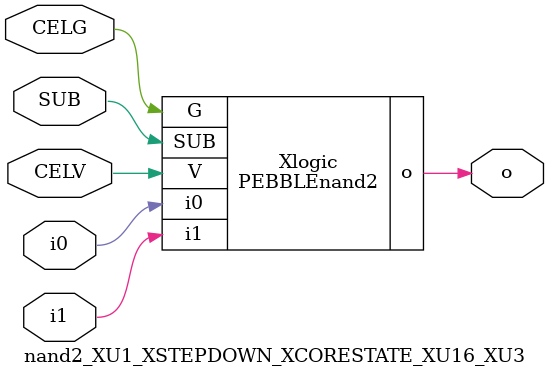
<source format=v>



module PEBBLEnand2 ( o, G, SUB, V, i0, i1 );

  input i0;
  input V;
  input i1;
  input G;
  output o;
  input SUB;
endmodule

//Celera Confidential Do Not Copy nand2_XU1_XSTEPDOWN_XCORESTATE_XU16_XU3
//Celera Confidential Symbol Generator
//5V NAND2
module nand2_XU1_XSTEPDOWN_XCORESTATE_XU16_XU3 (CELV,CELG,i0,i1,o,SUB);
input CELV;
input CELG;
input i0;
input i1;
input SUB;
output o;

//Celera Confidential Do Not Copy nand2
PEBBLEnand2 Xlogic(
.V (CELV),
.i0 (i0),
.i1 (i1),
.o (o),
.SUB (SUB),
.G (CELG)
);
//,diesize,PEBBLEnand2

//Celera Confidential Do Not Copy Module End
//Celera Schematic Generator
endmodule

</source>
